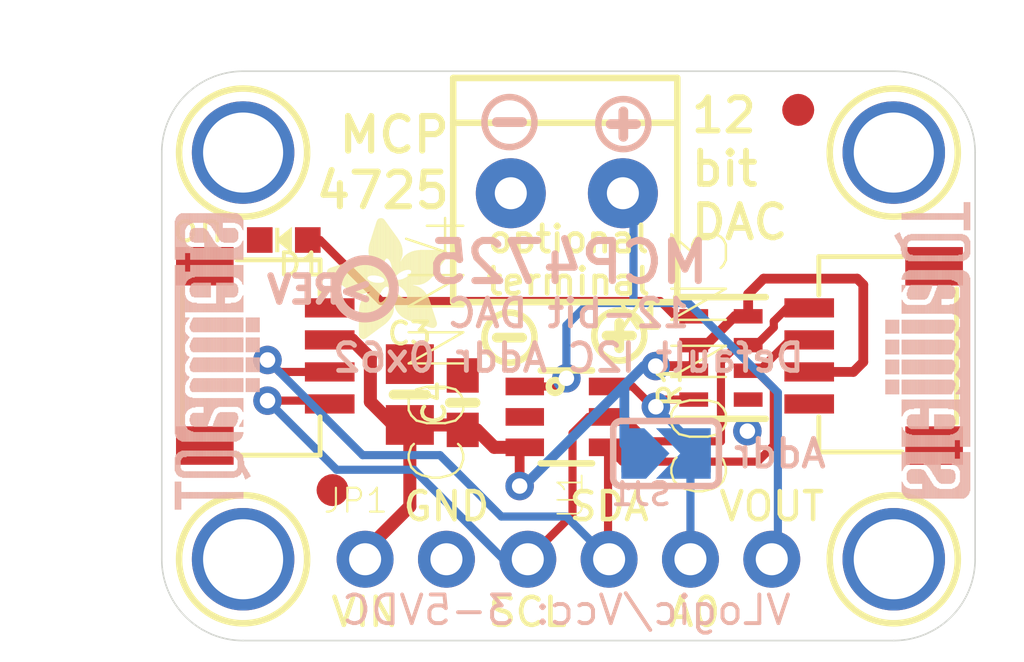
<source format=kicad_pcb>
(kicad_pcb (version 20211014) (generator pcbnew)
  (layers (0 "F.Cu" signal) (31 "B.Cu" signal) (34 "B.Paste" user) (35 "F.Paste" user) (36 "B.SilkS" user "B.Silkscreen") (37 "F.SilkS" user "F.Silkscreen") (38 "B.Mask" user) (39 "F.Mask" user) (44 "Edge.Cuts" user))
  (net 0 "")
  (net 1 "SCL")
  (net 2 "SDA")
  (net 3 "GND")
  (net 4 "VOUT")
  (net 5 "A0")
  (net 6 "VCC")
  (net 7 "N$1")
  (footprint "boardEagle:SYMBOL_MINUS" (layer "F.Cu") (at 146.6596 104.4321)
    (fp_text reference "U$4" hide)
    (fp_text value "" hide)
  )
  (footprint "boardEagle:SYMBOL_PLUS" (layer "F.Cu") (at 150.0886 104.3686)
    (fp_text reference "U$2" hide)
    (fp_text value "" hide)
  )
  (footprint "boardEagle:JST_SH4" (layer "F.Cu") (at 158.5341 105.0036 90)
    (fp_text reference "CONN3" (at -4.6 -5.9 90) (layer "F.SilkS") (effects (font (size 1.703222 1.703222) (thickness 0.074778)) (justify left)))
    (fp_text value "STEMMA_I2C_QT" hide)
    (pad "1" smd rect (at -1.5 -2.514 180) (size 1.55 0.6) (layers "F.Cu" "F.Paste" "F.Mask") (net 3 "GND"))
    (pad "2" smd rect (at -0.5 -2.514 180) (size 1.55 0.6) (layers "F.Cu" "F.Paste" "F.Mask") (net 6 "VCC"))
    (pad "3" smd rect (at 0.5 -2.514 180) (size 1.55 0.6) (layers "F.Cu" "F.Paste" "F.Mask") (net 2 "SDA"))
    (pad "4" smd rect (at 1.5 -2.514 180) (size 1.55 0.6) (layers "F.Cu" "F.Paste" "F.Mask") (net 1 "SCL"))
    (pad "MT1" smd rect (at -2.8 1.386 180) (size 1.8 1.2) (layers "F.Cu" "F.Paste" "F.Mask") (net 3 "GND"))
    (pad "MT2" smd rect (at 2.8 1.386 180) (size 1.8 1.2) (layers "F.Cu" "F.Paste" "F.Mask") (net 3 "GND"))
  )
  (footprint "boardEagle:RESPACK_4X0603" (layer "F.Cu") (at 153.2636 105.0671 90)
    (fp_text reference "R1" (at -1.6 -1.6 90) (layer "F.SilkS") (effects (font (size 0.692831 0.692831) (thickness 0.119969)) (justify left)))
    (fp_text value "10K")
    (pad "1" smd rect (at -1.3 0.85 90) (size 0.45 0.9) (layers "F.Cu" "F.Paste" "F.Mask") (net 3 "GND"))
    (pad "2" smd rect (at -0.4 0.85 90) (size 0.45 0.9) (layers "F.Cu" "F.Paste" "F.Mask") (net 2 "SDA"))
    (pad "3" smd rect (at 0.4 0.85 90) (size 0.45 0.9) (layers "F.Cu" "F.Paste" "F.Mask") (net 1 "SCL"))
    (pad "4" smd rect (at 1.3 0.85 90) (size 0.45 0.9) (layers "F.Cu" "F.Paste" "F.Mask") (net 6 "VCC"))
    (pad "5" smd rect (at 1.3 -0.85 90) (size 0.45 0.9) (layers "F.Cu" "F.Paste" "F.Mask") (net 7 "N$1"))
    (pad "6" smd rect (at 0.4 -0.85 90) (size 0.45 0.9) (layers "F.Cu" "F.Paste" "F.Mask") (net 6 "VCC"))
    (pad "7" smd rect (at -0.4 -0.85 90) (size 0.45 0.9) (layers "F.Cu" "F.Paste" "F.Mask") (net 6 "VCC"))
    (pad "8" smd rect (at -1.3 -0.85 90) (size 0.45 0.9) (layers "F.Cu" "F.Paste" "F.Mask") (net 5 "A0"))
  )
  (footprint "boardEagle:FIDUCIAL_1MM" (layer "F.Cu") (at 141.1351 109.1946)
    (fp_text reference "FID3" hide)
    (fp_text value "FIDUCIAL_1MM" hide)
    (pad "1" smd roundrect (at 0 0) (size 1 1) (layers "F.Cu" "F.Mask") (roundrect_rratio 0.5))
  )
  (footprint "boardEagle:0603-NO" (layer "F.Cu") (at 145.1991 106.4641 90)
    (fp_text reference "C4" (at -0.762 -0.889 90) (layer "F.SilkS") (effects (font (size 0.692831 0.692831) (thickness 0.119969)) (justify left)))
    (fp_text value "0.1uF")
    (pad "1" smd rect (at -0.85 0 90) (size 1.075 1) (layers "F.Cu" "F.Paste" "F.Mask") (net 6 "VCC"))
    (pad "2" smd rect (at 0.85 0 90) (size 1.075 1) (layers "F.Cu" "F.Paste" "F.Mask") (net 3 "GND"))
  )
  (footprint "boardEagle:TERMBLOCK_1X2-3.5MM" (layer "F.Cu") (at 148.5011 99.9236 180)
    (fp_text reference "X1" (at -3 -3.89) (layer "F.SilkS") (effects (font (size 0.692831 0.692831) (thickness 0.119969)) (justify right)))
    (fp_text value "3.5mm Terminal Block")
    (pad "1" thru_hole circle (at 1.8 0 180) (size 2.1844 2.1844) (drill 1) (layers *.Cu *.Mask) (net 3 "GND"))
    (pad "2" thru_hole circle (at -1.7 0 180) (size 2.1844 2.1844) (drill 1) (layers *.Cu *.Mask) (net 4 "VOUT"))
  )
  (footprint "boardEagle:1X06_ROUND_70" (layer "F.Cu") (at 148.5011 111.3536)
    (fp_text reference "JP1" (at -7.6962 -1.8288) (layer "F.SilkS") (effects (font (size 0.74615 0.74615) (thickness 0.06665)) (justify left)))
    (fp_text value "")
    (pad "1" thru_hole circle (at -6.35 0 90) (size 1.778 1.778) (drill 1) (layers *.Cu *.Mask) (net 6 "VCC"))
    (pad "2" thru_hole circle (at -3.81 0 90) (size 1.778 1.778) (drill 1) (layers *.Cu *.Mask) (net 3 "GND"))
    (pad "3" thru_hole circle (at -1.27 0 90) (size 1.778 1.778) (drill 1) (layers *.Cu *.Mask) (net 1 "SCL"))
    (pad "4" thru_hole circle (at 1.27 0 90) (size 1.778 1.778) (drill 1) (layers *.Cu *.Mask) (net 2 "SDA"))
    (pad "5" thru_hole circle (at 3.81 0 90) (size 1.778 1.778) (drill 1) (layers *.Cu *.Mask) (net 5 "A0"))
    (pad "6" thru_hole circle (at 6.35 0 90) (size 1.778 1.778) (drill 1) (layers *.Cu *.Mask) (net 4 "VOUT"))
  )
  (footprint "boardEagle:CHIPLED_0603_NOOUTLINE" (layer "F.Cu") (at 139.6111 101.3841 90)
    (fp_text reference "D1" (at -0.762 1.27) (layer "F.SilkS") (effects (font (size 0.692831 0.692831) (thickness 0.119969)) (justify right)))
    (fp_text value "GREEN")
    (pad "A" smd rect (at 0 0.75 90) (size 0.8 0.8) (layers "F.Cu" "F.Paste" "F.Mask") (net 7 "N$1"))
    (pad "C" smd rect (at 0 -0.75 90) (size 0.8 0.8) (layers "F.Cu" "F.Paste" "F.Mask") (net 3 "GND"))
  )
  (footprint "boardEagle:SOT23-6" (layer "F.Cu") (at 148.4376 106.9086 -90)
    (fp_text reference "U1" (at 1.651 -0.127 90) (layer "F.SilkS") (effects (font (size 0.75948 0.75948) (thickness 0.05332)) (justify right)))
    (fp_text value "MCP4725A1T-E/CH")
    (pad "1" smd rect (at -0.95 1.3 270) (size 0.55 1.2) (layers "F.Cu" "F.Paste" "F.Mask") (net 4 "VOUT"))
    (pad "2" smd rect (at 0 1.3 270) (size 0.55 1.2) (layers "F.Cu" "F.Paste" "F.Mask") (net 3 "GND"))
    (pad "3" smd rect (at 0.95 1.3 270) (size 0.55 1.2) (layers "F.Cu" "F.Paste" "F.Mask") (net 6 "VCC"))
    (pad "4" smd rect (at 0.95 -1.3 270) (size 0.55 1.2) (layers "F.Cu" "F.Paste" "F.Mask") (net 2 "SDA"))
    (pad "5" smd rect (at 0 -1.3 270) (size 0.55 1.2) (layers "F.Cu" "F.Paste" "F.Mask") (net 1 "SCL"))
    (pad "6" smd rect (at -0.95 -1.3 270) (size 0.55 1.2) (layers "F.Cu" "F.Paste" "F.Mask") (net 5 "A0"))
  )
  (footprint "boardEagle:MOUNTINGHOLE_2.5_PLATED" (layer "F.Cu") (at 158.6611 111.3536)
    (fp_text reference "U$27" hide)
    (fp_text value "MOUNTINGHOLE2.5" hide)
    (pad "P$1" thru_hole circle (at 0 0) (size 3.2 3.2) (drill 2.5) (layers *.Cu *.Mask))
  )
  (footprint "boardEagle:JST_SH4" (layer "F.Cu") (at 138.5316 105.0036 -90)
    (fp_text reference "CONN4" (at -4.6 -5.9 90) (layer "F.SilkS") (effects (font (size 1.703222 1.703222) (thickness 0.074778)) (justify right)))
    (fp_text value "STEMMA_I2C_QT" hide)
    (pad "1" smd rect (at -1.5 -2.514) (size 1.55 0.6) (layers "F.Cu" "F.Paste" "F.Mask") (net 3 "GND"))
    (pad "2" smd rect (at -0.5 -2.514) (size 1.55 0.6) (layers "F.Cu" "F.Paste" "F.Mask") (net 6 "VCC"))
    (pad "3" smd rect (at 0.5 -2.514) (size 1.55 0.6) (layers "F.Cu" "F.Paste" "F.Mask") (net 2 "SDA"))
    (pad "4" smd rect (at 1.5 -2.514) (size 1.55 0.6) (layers "F.Cu" "F.Paste" "F.Mask") (net 1 "SCL"))
    (pad "MT1" smd rect (at -2.8 1.386) (size 1.8 1.2) (layers "F.Cu" "F.Paste" "F.Mask") (net 3 "GND"))
    (pad "MT2" smd rect (at 2.8 1.386) (size 1.8 1.2) (layers "F.Cu" "F.Paste" "F.Mask") (net 3 "GND"))
  )
  (footprint "boardEagle:MOUNTINGHOLE_2.5_PLATED" (layer "F.Cu") (at 138.3411 111.3536)
    (fp_text reference "U$25" hide)
    (fp_text value "MOUNTINGHOLE2.5" hide)
    (pad "P$1" thru_hole circle (at 0 0) (size 3.2 3.2) (drill 2.5) (layers *.Cu *.Mask))
  )
  (footprint "boardEagle:MOUNTINGHOLE_2.5_PLATED" (layer "F.Cu") (at 138.3411 98.6536)
    (fp_text reference "U$20" hide)
    (fp_text value "MOUNTINGHOLE2.5" hide)
    (pad "P$1" thru_hole circle (at 0 0) (size 3.2 3.2) (drill 2.5) (layers *.Cu *.Mask))
  )
  (footprint "boardEagle:0805-NO" (layer "F.Cu") (at 143.5481 106.2101 90)
    (fp_text reference "C3" (at 1.905 -0.762) (layer "F.SilkS") (effects (font (size 0.692831 0.692831) (thickness 0.119969)) (justify left)))
    (fp_text value "10uF")
    (pad "1" smd rect (at -0.95 0 90) (size 1.24 1.5) (layers "F.Cu" "F.Paste" "F.Mask") (net 6 "VCC"))
    (pad "2" smd rect (at 0.95 0 90) (size 1.24 1.5) (layers "F.Cu" "F.Paste" "F.Mask") (net 3 "GND"))
  )
  (footprint "boardEagle:FIDUCIAL_1MM" (layer "F.Cu") (at 155.6766 97.3201)
    (fp_text reference "FID4" hide)
    (fp_text value "FIDUCIAL_1MM" hide)
    (pad "1" smd roundrect (at 0 0) (size 1 1) (layers "F.Cu" "F.Mask") (roundrect_rratio 0.5))
  )
  (footprint "boardEagle:MOUNTINGHOLE_2.5_PLATED" (layer "F.Cu") (at 158.6611 98.6536)
    (fp_text reference "U$21" hide)
    (fp_text value "MOUNTINGHOLE2.5" hide)
    (pad "P$1" thru_hole circle (at 0 0) (size 3.2 3.2) (drill 2.5) (layers *.Cu *.Mask))
  )
  (footprint "boardEagle:ADAFRUIT_3.5MM" (layer "F.Cu") (at 144.7546 104.4956 90)
    (fp_text reference "U$29" hide)
    (fp_text value "" hide)
  )
  (footprint "boardEagle:SYMBOL_MINUS" (layer "B.Cu") (at 146.6596 97.7011 180)
    (fp_text reference "U$5" hide)
    (fp_text value "" hide)
  )
  (footprint "boardEagle:STEMMAQT" (layer "B.Cu") (at 158.4071 109.4486 90)
    (fp_text reference "U$31" hide)
    (fp_text value "" hide)
  )
  (footprint "boardEagle:STEMMAQT" (layer "B.Cu") (at 138.8491 100.5586 -90)
    (fp_text reference "U$32" hide)
    (fp_text value "" hide)
  )
  (footprint "boardEagle:SOLDERJUMPER_ARROW_NOPASTE" (layer "B.Cu") (at 151.5491 108.0516)
    (fp_text reference "SJ1" (at -1.778 1.27) (layer "B.SilkS") (effects (font (size 0.692831 0.692831) (thickness 0.119969)) (justify right mirror)))
    (fp_text value "")
    (fp_poly (pts (xy 1.3946 -0.7882) (xy -0.315893 -0.7882) (xy 0.443148 0) (xy -0.315893 0.7882) (xy 1.3946 0.7882)) (layer "B.Cu") (width 0) (fill solid))
    (fp_poly (pts (xy 0.106121 -0.002663) (xy -0.679416 -0.7882) (xy -1.3946 -0.7882) (xy -1.3946 0.7882) (xy -0.62715 0.7882)) (layer "B.Cu") (width 0) (fill solid))
    (pad "1" smd roundrect (at -1.016 0) (size 0.762 1.524) (layers "B.Cu") (net 6 "VCC"))
    (pad "2" smd roundrect (at 1.016 0) (size 0.762 1.524) (layers "B.Cu") (net 5 "A0"))
  )
  (footprint "boardEagle:PCBFEAT-REV-040" (layer "B.Cu") (at 142.1511 102.9081 180)
    (fp_text reference "U$8" hide)
    (fp_text value "" hide)
    (fp_text user ">REV" (at -0.3556 -0.508) (layer "B.SilkS") (effects (font (size 0.8128 0.8128) (thickness 0.2032)) (justify left bottom mirror)))
  )
  (footprint "boardEagle:SYMBOL_PLUS" (layer "B.Cu") (at 150.2156 97.7646 180)
    (fp_text reference "U$7" hide)
    (fp_text value "" hide)
  )
  (gr_line (start 138.3411 113.8936) (end 158.6611 113.8936) (layer "Edge.Cuts") (width 0.05))
  (gr_arc (start 135.8011 98.6536) (mid 136.545049 96.857549) (end 138.3411 96.1136) (layer "Edge.Cuts") (width 0.05))
  (gr_arc (start 161.2011 111.3536) (mid 160.457151 113.149651) (end 158.6611 113.8936) (layer "Edge.Cuts") (width 0.05))
  (gr_line (start 135.8011 98.6536) (end 135.8011 111.3536) (layer "Edge.Cuts") (width 0.05))
  (gr_arc (start 158.6611 96.1136) (mid 160.457151 96.857549) (end 161.2011 98.6536) (layer "Edge.Cuts") (width 0.05))
  (gr_arc (start 138.3411 113.8936) (mid 136.545049 113.149651) (end 135.8011 111.3536) (layer "Edge.Cuts") (width 0.05))
  (gr_line (start 161.2011 111.3536) (end 161.2011 98.6536) (layer "Edge.Cuts") (width 0.05))
  (gr_line (start 158.6611 96.1136) (end 138.3411 96.1136) (layer "Edge.Cuts") (width 0.05))
  (gr_text "VLogic/Vcc: 3-5VDC" (at 148.4376 112.9411) (layer "B.SilkS") (effects (font (size 0.89408 0.89408) (thickness 0.12192)) (justify mirror)))
  (gr_text "12-bit DAC\nDefault I2C Addr 0x62" (at 148.5011 104.3686) (layer "B.SilkS") (effects (font (size 0.8636 0.8636) (thickness 0.1524)) (justify mirror)))
  (gr_text "MCP4725" (at 148.5011 102.0826) (layer "B.SilkS") (effects (font (size 1.25222 1.25222) (thickness 0.22098)) (justify mirror)))
  (gr_text "Addr" (at 155.1051 108.0516) (layer "B.SilkS") (effects (font (size 0.8636 0.8636) (thickness 0.1524)) (justify mirror)))
  (gr_text "VOUT" (at 154.8511 109.7026) (layer "F.SilkS") (effects (font (size 0.87376 0.87376) (thickness 0.14224))))
  (gr_text "MCP\n4725" (at 144.8816 98.9711) (layer "F.SilkS") (effects (font (size 1.0795 1.0795) (thickness 0.1905)) (justify right)))
  (gr_text "optional\nterminal" (at 148.5011 102.0191) (layer "F.SilkS") (effects (font (size 0.82042 0.82042) (thickness 0.14478))))
  (gr_text "VIN" (at 142.1511 113.0046) (layer "F.SilkS") (effects (font (size 0.87376 0.87376) (thickness 0.14224))))
  (gr_text "SDA" (at 149.7711 109.7026) (layer "F.SilkS") (effects (font (size 0.87376 0.87376) (thickness 0.14224))))
  (gr_text "SCL" (at 147.2311 113.0046) (layer "F.SilkS") (effects (font (size 0.87376 0.87376) (thickness 0.14224))))
  (gr_text "12\nbit\nDAC" (at 152.2476 99.1616) (layer "F.SilkS") (effects (font (size 1.03632 1.03632) (thickness 0.18288)) (justify left)))
  (gr_text "GND" (at 144.6911 109.7026) (layer "F.SilkS") (effects (font (size 0.87376 0.87376) (thickness 0.14224))))
  (gr_text "A0" (at 152.4381 113.0046) (layer "F.SilkS") (effects (font (size 0.87376 0.87376) (thickness 0.14224))))
  (gr_text "on" (at 136.0551 101.5111) (layer "F.SilkS") (effects (font (size 0.89408 0.89408) (thickness 0.12192)) (justify left bottom)))
  (segment (start 155.3351 103.5036) (end 154.9146 103.9241) (width 0.254) (layer "F.Cu") (net 1))
  (segment (start 156.0201 103.5036) (end 155.3351 103.5036) (width 0.254) (layer "F.Cu") (net 1))
  (segment (start 150.2156 106.9086) (end 150.9776 107.6706) (width 0.254) (layer "F.Cu") (net 1))
  (segment (start 154.3621 104.6671) (end 154.1136 104.6671) (width 0.254) (layer "F.Cu") (net 1))
  (segment (start 149.1361 106.9086) (end 149.7376 106.9086) (width 0.254) (layer "F.Cu") (net 1))
  (segment (start 148.6281 107.4166) (end 149.1361 106.9086) (width 0.254) (layer "F.Cu") (net 1))
  (segment (start 154.1136 104.6671) (end 153.7716 104.6671) (width 0.254) (layer "F.Cu") (net 1))
  (segment (start 149.7376 106.9086) (end 150.2156 106.9086) (width 0.254) (layer "F.Cu") (net 1))
  (segment (start 153.7716 104.6671) (end 153.2636 105.1751) (width 0.254) (layer "F.Cu") (net 1))
  (segment (start 154.9146 104.1146) (end 154.3621 104.6671) (width 0.254) (layer "F.Cu") (net 1))
  (segment (start 141.0456 106.5036) (end 140.9426 106.4006) (width 0.254) (layer "F.Cu") (net 1))
  (segment (start 140.9426 106.4006) (end 139.1031 106.4006) (width 0.254) (layer "F.Cu") (net 1))
  (segment (start 147.2311 111.3536) (end 148.6281 109.9566) (width 0.254) (layer "F.Cu") (net 1))
  (segment (start 150.9776 107.6706) (end 153.2636 107.6706) (width 0.254) (layer "F.Cu") (net 1))
  (segment (start 153.2636 107.6706) (end 153.2636 105.1751) (width 0.254) (layer "F.Cu") (net 1))
  (segment (start 148.6281 109.9566) (end 148.6281 107.4166) (width 0.254) (layer "F.Cu") (net 1))
  (segment (start 154.9146 103.9241) (end 154.9146 104.1146) (width 0.254) (layer "F.Cu") (net 1))
  (via (at 139.1031 106.4006) (size 0.889) (drill 0.4826) (layers "F.Cu" "B.Cu") (net 1))
  (segment (start 147.2311 111.3536) (end 146.4691 111.3536) (width 0.254) (layer "B.Cu") (net 1))
  (segment (start 146.4691 111.3536) (end 143.6751 108.5596) (width 0.254) (layer "B.Cu") (net 1))
  (segment (start 143.6751 108.5596) (end 141.2621 108.5596) (width 0.254) (layer "B.Cu") (net 1))
  (segment (start 139.1031 106.4006) (end 141.2621 108.5596) (width 0.254) (layer "B.Cu") (net 1))
  (segment (start 139.4761 105.5036) (end 139.1031 105.1306) (width 0.254) (layer "F.Cu") (net 2))
  (segment (start 149.7376 107.8586) (end 149.7376 111.3201) (width 0.254) (layer "F.Cu") (net 2))
  (segment (start 154.9149 107.7973) (end 154.4066 108.3056) (width 0.254) (layer "F.Cu") (net 2))
  (segment (start 154.355575 105.4671) (end 154.9149 106.026425) (width 0.254) (layer "F.Cu") (net 2))
  (segment (start 150.1846 108.3056) (end 154.4066 108.3056) (width 0.254) (layer "F.Cu") (net 2))
  (segment (start 154.455575 105.4671) (end 154.1136 105.4671) (width 0.254) (layer "F.Cu") (net 2))
  (segment (start 149.7376 111.3201) (end 149.7711 111.3536) (width 0.254) (layer "F.Cu") (net 2))
  (segment (start 154.1136 105.4671) (end 154.355575 105.4671) (width 0.254) (layer "F.Cu") (net 2))
  (segment (start 155.419075 104.5036) (end 154.455575 105.4671) (width 0.254) (layer "F.Cu") (net 2))
  (segment (start 154.9149 106.026425) (end 154.9149 107.7973) (width 0.254) (layer "F.Cu") (net 2))
  (segment (start 141.0456 105.5036) (end 139.4761 105.5036) (width 0.254) (layer "F.Cu") (net 2))
  (segment (start 156.0201 104.5036) (end 155.419075 104.5036) (width 0.254) (layer "F.Cu") (net 2))
  (segment (start 149.7376 107.8586) (end 150.1846 108.3056) (width 0.254) (layer "F.Cu") (net 2))
  (via (at 139.1031 105.1306) (size 0.889) (drill 0.4826) (layers "F.Cu" "B.Cu") (net 2))
  (segment (start 148.4376 110.0201) (end 146.4056 110.0201) (width 0.254) (layer "B.Cu") (net 2))
  (segment (start 142.0749 108.1024) (end 144.4879 108.1024) (width 0.254) (layer "B.Cu") (net 2))
  (segment (start 148.4376 110.0201) (end 149.7711 111.3536) (width 0.254) (layer "B.Cu") (net 2))
  (segment (start 139.1031 105.1306) (end 142.0749 108.1024) (width 0.254) (layer "B.Cu") (net 2))
  (segment (start 146.4056 110.0201) (end 144.4879 108.1024) (width 0.254) (layer "B.Cu") (net 2))
  (via (at 154.0891 107.3531) (size 0.889) (drill 0.4826) (layers "F.Cu" "B.Cu") (net 3))
  (segment (start 148.4376 105.7021) (end 148.1811 105.9586) (width 0.254) (layer "F.Cu") (net 4))
  (segment (start 147.1376 105.9586) (end 148.1811 105.9586) (width 0.254) (layer "F.Cu") (net 4))
  (via (at 148.4376 105.7021) (size 0.889) (drill 0.4826) (layers "F.Cu" "B.Cu") (net 4))
  (segment (start 150.5331 103.3526) (end 150.5331 99.7186) (width 0.254) (layer "B.Cu") (net 4))
  (segment (start 152.2476 103.3526) (end 155.0416 106.1466) (width 0.254) (layer "B.Cu") (net 4))
  (segment (start 149.1361 103.3526) (end 148.4376 104.0511) (width 0.254) (layer "B.Cu") (net 4))
  (segment (start 149.1361 103.3526) (end 150.5331 103.3526) (width 0.254) (layer "B.Cu") (net 4))
  (segment (start 150.5331 99.7186) (end 150.2011 99.9236) (width 0.254) (layer "B.Cu") (net 4))
  (segment (start 150.5331 103.3526) (end 152.2476 103.3526) (width 0.254) (layer "B.Cu") (net 4))
  (segment (start 155.0416 111.1631) (end 154.8511 111.3536) (width 0.254) (layer "B.Cu") (net 4))
  (segment (start 148.4376 105.7021) (end 148.4376 104.0511) (width 0.254) (layer "B.Cu") (net 4))
  (segment (start 155.0416 106.1466) (end 155.0416 111.1631) (width 0.254) (layer "B.Cu") (net 4))
  (segment (start 151.2316 106.5911) (end 151.4556 106.3671) (width 0.254) (layer "F.Cu") (net 5))
  (segment (start 151.2316 106.5911) (end 151.1321 106.5911) (width 0.254) (layer "F.Cu") (net 5))
  (segment (start 151.1321 106.5911) (end 150.4996 105.9586) (width 0.254) (layer "F.Cu") (net 5))
  (segment (start 152.4136 106.3671) (end 151.4556 106.3671) (width 0.254) (layer "F.Cu") (net 5))
  (segment (start 149.7376 105.9586) (end 150.4996 105.9586) (width 0.254) (layer "F.Cu") (net 5))
  (via (at 151.2316 106.5911) (size 0.889) (drill 0.4826) (layers "F.Cu" "B.Cu") (net 5))
  (segment (start 151.2316 106.5911) (end 152.4381 107.7976) (width 0.254) (layer "B.Cu") (net 5))
  (segment (start 152.4381 107.7976) (end 152.4381 108.1786) (width 0.254) (layer "B.Cu") (net 5))
  (segment (start 152.4381 108.1786) (end 152.5651 108.0516) (width 0.254) (layer "B.Cu") (net 5))
  (segment (start 152.3111 108.3056) (end 152.4381 108.1786) (width 0.254) (layer "B.Cu") (net 5))
  (segment (start 152.3111 111.3536) (end 152.3111 108.3056) (width 0.254) (layer "B.Cu") (net 5))
  (segment (start 145.1991 107.3141) (end 145.0451 107.1601) (width 0.4064) (layer "F.Cu") (net 6))
  (segment (start 152.4136 105.4671) (end 152.2676 105.3211) (width 0.3048) (layer "F.Cu") (net 6))
  (segment (start 143.0376 107.1601) (end 142.3156 106.4381) (width 0.4064) (layer "F.Cu") (net 6))
  (segment (start 142.1511 111.3536) (end 142.1511 111.0996) (width 0.4064) (layer "F.Cu") (net 6))
  (segment (start 152.4136 104.6671) (end 152.7946 104.6671) (width 0.3048) (layer "F.Cu") (net 6))
  (segment (start 143.5481 109.7026) (end 143.5481 107.1601) (width 0.4064) (layer "F.Cu") (net 6))
  (segment (start 154.1136 103.0741) (end 154.5971 102.5906) (width 0.3048) (layer "F.Cu") (net 6))
  (segment (start 152.2676 105.3211) (end 151.2266 105.3211) (width 0.3048) (layer "F.Cu") (net 6))
  (segment (start 143.0376 107.1601) (end 143.5481 107.1601) (width 0.4064) (layer "F.Cu") (net 6))
  (segment (start 153.7081 103.8306) (end 153.7081 103.7536) (width 0.3048) (layer "F.Cu") (net 6))
  (segment (start 142.3156 105.0751) (end 142.3156 106.4381) (width 0.4064) (layer "F.Cu") (net 6))
  (segment (start 142.1511 111.0996) (end 143.5481 109.7026) (width 0.4064) (layer "F.Cu") (net 6))
  (segment (start 154.1136 103.7671) (end 154.1136 103.0741) (width 0.3048) (layer "F.Cu") (net 6))
  (segment (start 154.0501 103.8306) (end 153.7081 103.8306) (width 0.3048) (layer "F.Cu") (net 6))
  (segment (start 145.1991 107.3141) (end 145.6406 107.3141) (width 0.4064) (layer "F.Cu") (net 6))
  (segment (start 146.9771 108.0191) (end 146.9771 109.0676) (width 0.3048) (layer "F.Cu") (net 6))
  (segment (start 142.3156 105.0751) (end 141.7441 104.5036) (width 0.4064) (layer "F.Cu") (net 6))
  (segment (start 141.0456 104.5036) (end 141.7441 104.5036) (width 0.4064) (layer "F.Cu") (net 6))
  (segment (start 157.3991 105.5036) (end 156.0201 105.5036) (width 0.3048) (layer "F.Cu") (net 6))
  (segment (start 145.0451 107.1601) (end 143.5481 107.1601) (width 0.4064) (layer "F.Cu") (net 6))
  (segment (start 147.1376 107.8586) (end 146.9771 108.0191) (width 0.3048) (layer "F.Cu") (net 6))
  (segment (start 157.5181 102.5906) (end 157.7086 102.7811) (width 0.3048) (layer "F.Cu") (net 6))
  (segment (start 153.7081 103.7536) (end 152.7946 104.6671) (width 0.3048) (layer "F.Cu") (net 6))
  (segment (start 157.7086 102.7811) (end 157.7086 105.1941) (width 0.3048) (layer "F.Cu") (net 6))
  (segment (start 152.4136 105.4671) (end 152.4136 104.6671) (width 0.3048) (layer "F.Cu") (net 6))
  (segment (start 157.7086 105.1941) (end 157.3991 105.5036) (width 0.3048) (layer "F.Cu") (net 6))
  (segment (start 154.5971 102.5906) (end 157.5181 102.5906) (width 0.3048) (layer "F.Cu") (net 6))
  (segment (start 146.1851 107.8586) (end 147.1376 107.8586) (width 0.4064) (layer "F.Cu") (net 6))
  (segment (start 154.1136 103.7671) (end 154.0501 103.8306) (width 0.3048) (layer "F.Cu") (net 6))
  (segment (start 146.1851 107.8586) (end 145.6406 107.3141) (width 0.4064) (layer "F.Cu") (net 6))
  (via (at 151.2266 105.3211) (size 0.889) (drill 0.4826) (layers "F.Cu" "B.Cu") (net 6))
  (via (at 146.9771 109.0676) (size 0.889) (drill 0.4826) (layers "F.Cu" "B.Cu") (net 6))
  (segment (start 150.5331 108.0516) (end 150.24735 107.76585) (width 0.3048) (layer "B.Cu") (net 6))
  (segment (start 150.24735 107.76585) (end 150.24735 105.92435) (width 0.3048) (layer "B.Cu") (net 6))
  (segment (start 150.8506 105.3211) (end 150.24735 105.92435) (width 0.3048) (layer "B.Cu") (net 6))
  (segment (start 150.24735 105.92435) (end 147.0406 109.1311) (width 0.3048) (layer "B.Cu") (net 6))
  (segment (start 151.2266 105.3211) (end 150.8506 105.3211) (width 0.3048) (layer "B.Cu") (net 6))
  (segment (start 147.0406 109.1311) (end 146.9771 109.0676) (width 0.3048) (layer "B.Cu") (net 6))
  (segment (start 151.8421 103.7671) (end 152.4136 103.7671) (width 0.254) (layer "F.Cu") (net 7))
  (segment (start 142.6471 103.2891) (end 140.7421 101.3841) (width 0.254) (layer "F.Cu") (net 7))
  (segment (start 151.3641 103.2891) (end 142.6471 103.2891) (width 0.254) (layer "F.Cu") (net 7))
  (segment (start 151.8421 103.7671) (end 151.3641 103.2891) (width 0.254) (layer "F.Cu") (net 7))
  (segment (start 140.3611 101.3841) (end 140.7421 101.3841) (width 0.254) (layer "F.Cu") (net 7))
)
</source>
